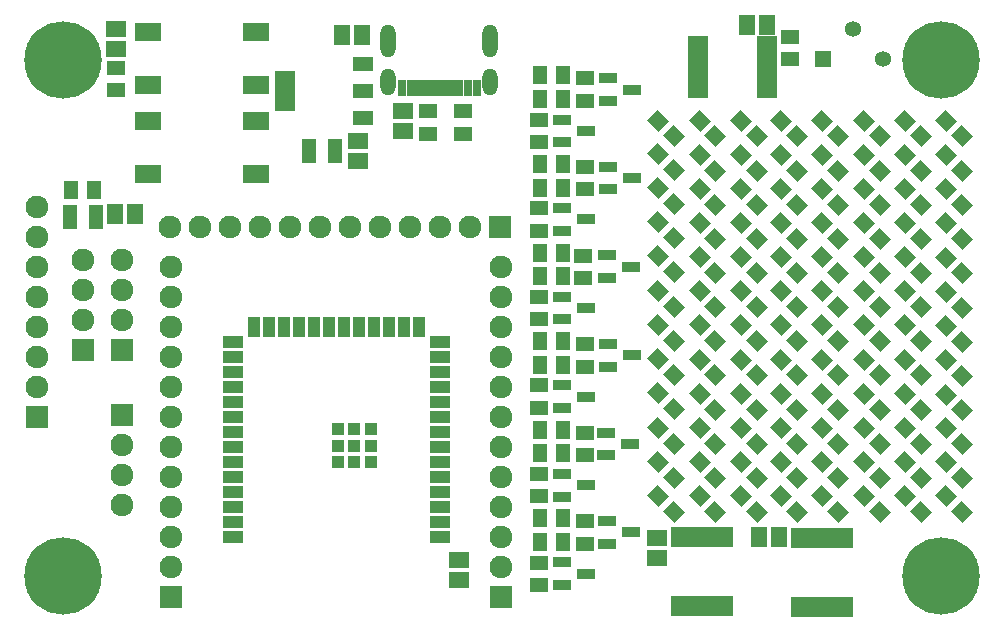
<source format=gts>
G04*
G04 #@! TF.GenerationSoftware,Altium Limited,Altium Designer,25.1.2 (22)*
G04*
G04 Layer_Color=8388736*
%FSLAX25Y25*%
%MOIN*%
G70*
G04*
G04 #@! TF.SameCoordinates,9731B79D-0BF3-49C4-8AD9-4CBC44B71680*
G04*
G04*
G04 #@! TF.FilePolarity,Negative*
G04*
G01*
G75*
%ADD33R,0.04343X0.04343*%
%ADD34R,0.06706X0.04343*%
%ADD35R,0.04343X0.06706*%
%ADD36R,0.06115X0.03359*%
%ADD37R,0.06509X0.02572*%
%ADD38R,0.05524X0.06509*%
%ADD39R,0.06312X0.04737*%
%ADD40R,0.04540X0.02572*%
%ADD41R,0.04737X0.06312*%
%ADD42R,0.06509X0.05524*%
%ADD43R,0.09068X0.06312*%
%ADD44R,0.06509X0.04540*%
%ADD45R,0.06509X0.13595*%
%ADD46R,0.01981X0.05524*%
%ADD47R,0.03162X0.05524*%
%ADD48R,0.02572X0.06509*%
G04:AMPARAMS|DCode=49|XSize=55.24mil|YSize=49.34mil|CornerRadius=0mil|HoleSize=0mil|Usage=FLASHONLY|Rotation=135.000|XOffset=0mil|YOffset=0mil|HoleType=Round|Shape=Rectangle|*
%AMROTATEDRECTD49*
4,1,4,0.03698,-0.00209,0.00209,-0.03698,-0.03698,0.00209,-0.00209,0.03698,0.03698,-0.00209,0.0*
%
%ADD49ROTATEDRECTD49*%

%ADD50C,0.05347*%
%ADD51R,0.05347X0.05347*%
%ADD52O,0.05131X0.09068*%
%ADD53O,0.05131X0.11036*%
%ADD54C,0.07591*%
%ADD55R,0.07591X0.07591*%
%ADD56R,0.07591X0.07591*%
%ADD57C,0.25800*%
D33*
X208587Y154961D02*
D03*
Y160472D02*
D03*
Y165984D02*
D03*
X214098D02*
D03*
X219610D02*
D03*
Y160472D02*
D03*
Y154961D02*
D03*
X214098D02*
D03*
Y160472D02*
D03*
D34*
X173744Y130079D02*
D03*
Y135079D02*
D03*
Y140079D02*
D03*
Y145079D02*
D03*
Y150079D02*
D03*
Y155079D02*
D03*
Y160079D02*
D03*
Y165079D02*
D03*
Y170079D02*
D03*
Y175079D02*
D03*
Y180079D02*
D03*
Y185079D02*
D03*
Y190079D02*
D03*
Y195079D02*
D03*
X242642D02*
D03*
Y190079D02*
D03*
Y185079D02*
D03*
Y180079D02*
D03*
Y175079D02*
D03*
Y170079D02*
D03*
Y165079D02*
D03*
Y160079D02*
D03*
Y155079D02*
D03*
Y150079D02*
D03*
Y145079D02*
D03*
Y140079D02*
D03*
Y135079D02*
D03*
Y130079D02*
D03*
D35*
X180693Y200000D02*
D03*
X185693D02*
D03*
X190693D02*
D03*
X195693D02*
D03*
X200693D02*
D03*
X205693D02*
D03*
X210693D02*
D03*
X215693D02*
D03*
X220693D02*
D03*
X225693D02*
D03*
X230693D02*
D03*
X235693D02*
D03*
D36*
X306299Y131496D02*
D03*
X298425Y127717D02*
D03*
Y135276D02*
D03*
X306693Y279134D02*
D03*
X298819Y275354D02*
D03*
Y282913D02*
D03*
X291339Y265354D02*
D03*
X283465Y261575D02*
D03*
Y269134D02*
D03*
X306693Y249606D02*
D03*
X298819Y245827D02*
D03*
Y253386D02*
D03*
X291339Y235827D02*
D03*
X283465Y232047D02*
D03*
Y239606D02*
D03*
X298425Y223858D02*
D03*
Y216299D02*
D03*
X306299Y220079D02*
D03*
X283465Y210079D02*
D03*
Y202520D02*
D03*
X291339Y206299D02*
D03*
X298819Y194331D02*
D03*
Y186772D02*
D03*
X306693Y190551D02*
D03*
X283465Y180551D02*
D03*
Y172992D02*
D03*
X291339Y176772D02*
D03*
X298031Y164803D02*
D03*
Y157244D02*
D03*
X305906Y161024D02*
D03*
X283465Y151024D02*
D03*
Y143465D02*
D03*
X291339Y147244D02*
D03*
X283465Y121496D02*
D03*
Y113937D02*
D03*
X291339Y117717D02*
D03*
D37*
X351673Y295571D02*
D03*
Y293012D02*
D03*
Y290453D02*
D03*
Y287894D02*
D03*
Y285335D02*
D03*
Y282776D02*
D03*
Y280217D02*
D03*
Y277658D02*
D03*
X328642D02*
D03*
Y280217D02*
D03*
Y282776D02*
D03*
Y285335D02*
D03*
Y287894D02*
D03*
Y290453D02*
D03*
Y293012D02*
D03*
Y295571D02*
D03*
D38*
X351772Y300787D02*
D03*
X345079D02*
D03*
X134449Y237795D02*
D03*
X141142D02*
D03*
X216732Y297244D02*
D03*
X210039D02*
D03*
X349016Y129921D02*
D03*
X355709D02*
D03*
D39*
X359449Y289173D02*
D03*
Y296654D02*
D03*
X134646Y286417D02*
D03*
Y278937D02*
D03*
X250394Y271850D02*
D03*
Y264370D02*
D03*
X238583Y271850D02*
D03*
Y264370D02*
D03*
X290945Y282874D02*
D03*
Y275394D02*
D03*
X275590Y269094D02*
D03*
Y261614D02*
D03*
X290945Y253346D02*
D03*
Y245866D02*
D03*
X275591Y239567D02*
D03*
Y232087D02*
D03*
X290551Y223819D02*
D03*
Y216339D02*
D03*
X275591Y210039D02*
D03*
Y202559D02*
D03*
X290945Y186811D02*
D03*
Y194291D02*
D03*
X275590Y173031D02*
D03*
Y180512D02*
D03*
X290945Y157283D02*
D03*
Y164764D02*
D03*
X275590Y143504D02*
D03*
Y150984D02*
D03*
X290945Y127756D02*
D03*
Y135236D02*
D03*
X275591Y113976D02*
D03*
Y121457D02*
D03*
D40*
X119291Y239173D02*
D03*
Y236614D02*
D03*
Y234055D02*
D03*
X127953D02*
D03*
Y236614D02*
D03*
Y239173D02*
D03*
X199213Y261221D02*
D03*
Y258661D02*
D03*
Y256102D02*
D03*
X207874D02*
D03*
Y258661D02*
D03*
Y261221D02*
D03*
D41*
X119882Y245669D02*
D03*
X127362D02*
D03*
X283661Y283858D02*
D03*
X276181D02*
D03*
X283661Y275984D02*
D03*
X276181D02*
D03*
X283661Y254331D02*
D03*
X276181D02*
D03*
X283661Y246457D02*
D03*
X276181D02*
D03*
X283661Y224803D02*
D03*
X276181D02*
D03*
X283661Y216929D02*
D03*
X276181D02*
D03*
X276181Y187401D02*
D03*
X283661D02*
D03*
X276181Y195276D02*
D03*
X283661D02*
D03*
X276181Y165748D02*
D03*
X283661D02*
D03*
X276181Y157874D02*
D03*
X283661D02*
D03*
X276181Y136221D02*
D03*
X283661D02*
D03*
X276181Y128347D02*
D03*
X283661D02*
D03*
D42*
X134646Y292717D02*
D03*
Y299410D02*
D03*
X215354Y262008D02*
D03*
Y255315D02*
D03*
X230315Y271850D02*
D03*
Y265158D02*
D03*
X314961Y123031D02*
D03*
Y129724D02*
D03*
X249213Y115551D02*
D03*
Y122244D02*
D03*
D43*
X181299Y250984D02*
D03*
X145472Y268701D02*
D03*
Y250984D02*
D03*
X181299Y268701D02*
D03*
Y280512D02*
D03*
X145472Y298228D02*
D03*
Y280512D02*
D03*
X181299Y298228D02*
D03*
D44*
X216929Y269724D02*
D03*
Y278740D02*
D03*
Y287756D02*
D03*
D45*
X190945Y278740D02*
D03*
D46*
X241520Y279626D02*
D03*
X245520D02*
D03*
X243520D02*
D03*
X249520D02*
D03*
X247520D02*
D03*
X239520D02*
D03*
X237520D02*
D03*
X235520D02*
D03*
D47*
X252020D02*
D03*
X233020D02*
D03*
X230020D02*
D03*
X255020D02*
D03*
D48*
X361122Y106595D02*
D03*
X363681D02*
D03*
X366240D02*
D03*
X368799D02*
D03*
X371358D02*
D03*
X373917D02*
D03*
X376476D02*
D03*
X379035D02*
D03*
Y129626D02*
D03*
X376476D02*
D03*
X373917D02*
D03*
X371358D02*
D03*
X368799D02*
D03*
X366240D02*
D03*
X363681D02*
D03*
X361122D02*
D03*
X320985Y106898D02*
D03*
X323544D02*
D03*
X326103D02*
D03*
X328662D02*
D03*
X331221D02*
D03*
X333780D02*
D03*
X336339D02*
D03*
X338898D02*
D03*
Y129929D02*
D03*
X336339D02*
D03*
X333780D02*
D03*
X331221D02*
D03*
X328662D02*
D03*
X326103D02*
D03*
X323544D02*
D03*
X320985D02*
D03*
D49*
X411528Y268786D02*
D03*
X416818Y263497D02*
D03*
X411528Y257369D02*
D03*
X416818Y252080D02*
D03*
X411528Y245952D02*
D03*
X416818Y240662D02*
D03*
X411528Y234535D02*
D03*
X416818Y229245D02*
D03*
X411528Y223117D02*
D03*
X416818Y217828D02*
D03*
X411528Y211700D02*
D03*
X416818Y206410D02*
D03*
X411528Y200283D02*
D03*
X416818Y194993D02*
D03*
X411528Y188865D02*
D03*
X416818Y183576D02*
D03*
X411528Y177448D02*
D03*
X416818Y172159D02*
D03*
X411528Y166424D02*
D03*
X416818Y161135D02*
D03*
X411528Y155007D02*
D03*
X416818Y149717D02*
D03*
X411528Y143590D02*
D03*
X416818Y138300D02*
D03*
X397749Y268786D02*
D03*
X403038Y263497D02*
D03*
X397749Y257405D02*
D03*
X403038Y252116D02*
D03*
X397749Y246023D02*
D03*
X403038Y240734D02*
D03*
X397749Y234642D02*
D03*
X403038Y229352D02*
D03*
X397749Y223260D02*
D03*
X403038Y217971D02*
D03*
X397749Y211879D02*
D03*
X403038Y206589D02*
D03*
X397749Y200497D02*
D03*
X403038Y195208D02*
D03*
X397749Y189116D02*
D03*
X403038Y183826D02*
D03*
X397749Y177734D02*
D03*
X403038Y172445D02*
D03*
X397749Y166353D02*
D03*
X403038Y161063D02*
D03*
X397749Y154971D02*
D03*
X403038Y149682D02*
D03*
X397749Y143590D02*
D03*
X403038Y138300D02*
D03*
X383969Y268786D02*
D03*
X389259Y263497D02*
D03*
X383969Y257405D02*
D03*
X389259Y252116D02*
D03*
X383969Y246023D02*
D03*
X389259Y240734D02*
D03*
X383969Y234642D02*
D03*
X389259Y229352D02*
D03*
X383969Y223260D02*
D03*
X389259Y217971D02*
D03*
X383969Y211879D02*
D03*
X389259Y206589D02*
D03*
X383969Y200497D02*
D03*
X389259Y195208D02*
D03*
X383969Y189116D02*
D03*
X389259Y183826D02*
D03*
X383969Y177734D02*
D03*
X389259Y172445D02*
D03*
X383969Y166353D02*
D03*
X389259Y161063D02*
D03*
X383969Y154971D02*
D03*
X389259Y149682D02*
D03*
X383969Y143590D02*
D03*
X389259Y138300D02*
D03*
X370190Y268786D02*
D03*
X375479Y263497D02*
D03*
X370190Y257405D02*
D03*
X375479Y252116D02*
D03*
X370190Y246023D02*
D03*
X375479Y240734D02*
D03*
X370190Y234642D02*
D03*
X375479Y229352D02*
D03*
X370190Y223260D02*
D03*
X375479Y217971D02*
D03*
X370190Y211879D02*
D03*
X375479Y206589D02*
D03*
X370190Y200497D02*
D03*
X375479Y195208D02*
D03*
X370190Y189116D02*
D03*
X375479Y183826D02*
D03*
X370190Y177734D02*
D03*
X375479Y172445D02*
D03*
X370190Y166353D02*
D03*
X375479Y161063D02*
D03*
X370190Y154971D02*
D03*
X375479Y149682D02*
D03*
X370190Y143590D02*
D03*
X375479Y138300D02*
D03*
X356410Y268786D02*
D03*
X361700Y263497D02*
D03*
X356410Y257405D02*
D03*
X361700Y252116D02*
D03*
X356410Y246023D02*
D03*
X361700Y240734D02*
D03*
X356410Y234642D02*
D03*
X361700Y229352D02*
D03*
X356410Y223260D02*
D03*
X361700Y217971D02*
D03*
X356410Y211879D02*
D03*
X361700Y206589D02*
D03*
X356410Y200497D02*
D03*
X361700Y195208D02*
D03*
X356410Y189116D02*
D03*
X361700Y183826D02*
D03*
X356410Y177734D02*
D03*
X361700Y172445D02*
D03*
X356410Y166353D02*
D03*
X361700Y161063D02*
D03*
X356410Y154971D02*
D03*
X361700Y149682D02*
D03*
X356410Y143590D02*
D03*
X361700Y138300D02*
D03*
X343025Y268786D02*
D03*
X348314Y263497D02*
D03*
X343025Y257405D02*
D03*
X348314Y252116D02*
D03*
X343025Y246023D02*
D03*
X348314Y240734D02*
D03*
X343025Y234642D02*
D03*
X348314Y229352D02*
D03*
X343025Y223260D02*
D03*
X348314Y217971D02*
D03*
X343025Y211879D02*
D03*
X348314Y206589D02*
D03*
X343025Y200497D02*
D03*
X348314Y195208D02*
D03*
X343025Y189116D02*
D03*
X348314Y183826D02*
D03*
X343025Y177734D02*
D03*
X348314Y172445D02*
D03*
X343025Y166353D02*
D03*
X348314Y161063D02*
D03*
X343025Y154971D02*
D03*
X348314Y149682D02*
D03*
X343025Y143590D02*
D03*
X348314Y138300D02*
D03*
X329245Y268786D02*
D03*
X334534Y263497D02*
D03*
X329245Y257405D02*
D03*
X334534Y252116D02*
D03*
X329245Y246023D02*
D03*
X334534Y240734D02*
D03*
X329245Y234642D02*
D03*
X334534Y229352D02*
D03*
X329245Y223260D02*
D03*
X334534Y217971D02*
D03*
X329245Y211879D02*
D03*
X334534Y206589D02*
D03*
X329245Y200497D02*
D03*
X334534Y195208D02*
D03*
X329245Y189116D02*
D03*
X334534Y183826D02*
D03*
X329245Y177734D02*
D03*
X334534Y172445D02*
D03*
X329245Y166353D02*
D03*
X334534Y161063D02*
D03*
X329245Y154971D02*
D03*
X334534Y149682D02*
D03*
X329245Y143590D02*
D03*
X334534Y138300D02*
D03*
X315465Y268786D02*
D03*
X320755Y263497D02*
D03*
X315465Y257763D02*
D03*
X320755Y252473D02*
D03*
X315465Y246345D02*
D03*
X320755Y241056D02*
D03*
X315465Y234928D02*
D03*
X320755Y229639D02*
D03*
X315465Y223511D02*
D03*
X320755Y218221D02*
D03*
X315465Y212093D02*
D03*
X320755Y206804D02*
D03*
X315465Y200676D02*
D03*
X320755Y195387D02*
D03*
X315465Y189259D02*
D03*
X320755Y183969D02*
D03*
X315465Y177841D02*
D03*
X320755Y172552D02*
D03*
X315465Y155007D02*
D03*
X320755Y149717D02*
D03*
X315465Y143590D02*
D03*
X320755Y138300D02*
D03*
X315465Y166424D02*
D03*
X320755Y161135D02*
D03*
D50*
X390315Y289213D02*
D03*
X380315Y299213D02*
D03*
D51*
X370315Y289213D02*
D03*
D52*
X259520Y281626D02*
D03*
X225520D02*
D03*
D53*
X259528Y295276D02*
D03*
X225512D02*
D03*
D54*
X136614Y140787D02*
D03*
Y150787D02*
D03*
Y160787D02*
D03*
X136614Y222362D02*
D03*
Y212362D02*
D03*
Y202362D02*
D03*
X152756Y233465D02*
D03*
X162756D02*
D03*
X172756D02*
D03*
X182756D02*
D03*
X192756D02*
D03*
X202756D02*
D03*
X232756D02*
D03*
X242756D02*
D03*
X252756D02*
D03*
X212756D02*
D03*
X222756D02*
D03*
X153150Y219843D02*
D03*
Y209842D02*
D03*
Y199843D02*
D03*
Y189842D02*
D03*
Y179842D02*
D03*
Y169843D02*
D03*
Y139842D02*
D03*
Y129842D02*
D03*
Y119843D02*
D03*
Y159843D02*
D03*
Y149843D02*
D03*
X262992Y219843D02*
D03*
Y209842D02*
D03*
Y199843D02*
D03*
Y189842D02*
D03*
Y179842D02*
D03*
Y169843D02*
D03*
Y139842D02*
D03*
Y129842D02*
D03*
Y119843D02*
D03*
Y159843D02*
D03*
Y149843D02*
D03*
X123622Y202362D02*
D03*
Y212362D02*
D03*
Y222362D02*
D03*
X108268Y209921D02*
D03*
Y219921D02*
D03*
Y179921D02*
D03*
Y189921D02*
D03*
Y199921D02*
D03*
Y229921D02*
D03*
Y239921D02*
D03*
D55*
X136614Y170787D02*
D03*
X136614Y192362D02*
D03*
X153150Y109843D02*
D03*
X262992D02*
D03*
X123622Y192362D02*
D03*
X108268Y169921D02*
D03*
D56*
X262756Y233465D02*
D03*
D57*
X409842Y288976D02*
D03*
Y116929D02*
D03*
X116929D02*
D03*
Y288976D02*
D03*
M02*

</source>
